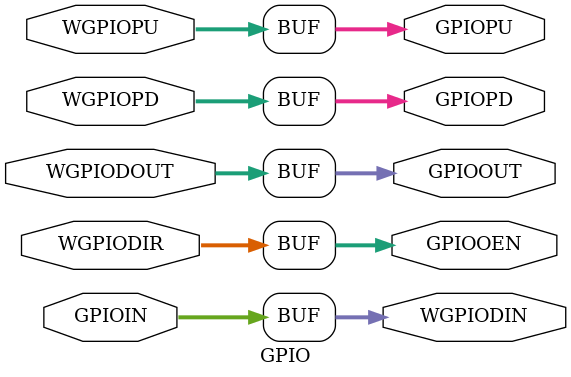
<source format=v>
module GPIO(	// file.cleaned.mlir:2:3
  input  [15:0] WGPIODOUT,	// file.cleaned.mlir:2:22
                WGPIOPU,	// file.cleaned.mlir:2:43
                WGPIOPD,	// file.cleaned.mlir:2:62
                WGPIODIR,	// file.cleaned.mlir:2:81
                GPIOIN,	// file.cleaned.mlir:2:101
  output [15:0] WGPIODIN,	// file.cleaned.mlir:2:120
                GPIOOUT,	// file.cleaned.mlir:2:140
                GPIOPU,	// file.cleaned.mlir:2:159
                GPIOPD,	// file.cleaned.mlir:2:177
                GPIOOEN	// file.cleaned.mlir:2:195
);

  assign WGPIODIN = GPIOIN;	// file.cleaned.mlir:3:5
  assign GPIOOUT = WGPIODOUT;	// file.cleaned.mlir:3:5
  assign GPIOPU = WGPIOPU;	// file.cleaned.mlir:3:5
  assign GPIOPD = WGPIOPD;	// file.cleaned.mlir:3:5
  assign GPIOOEN = WGPIODIR;	// file.cleaned.mlir:3:5
endmodule


</source>
